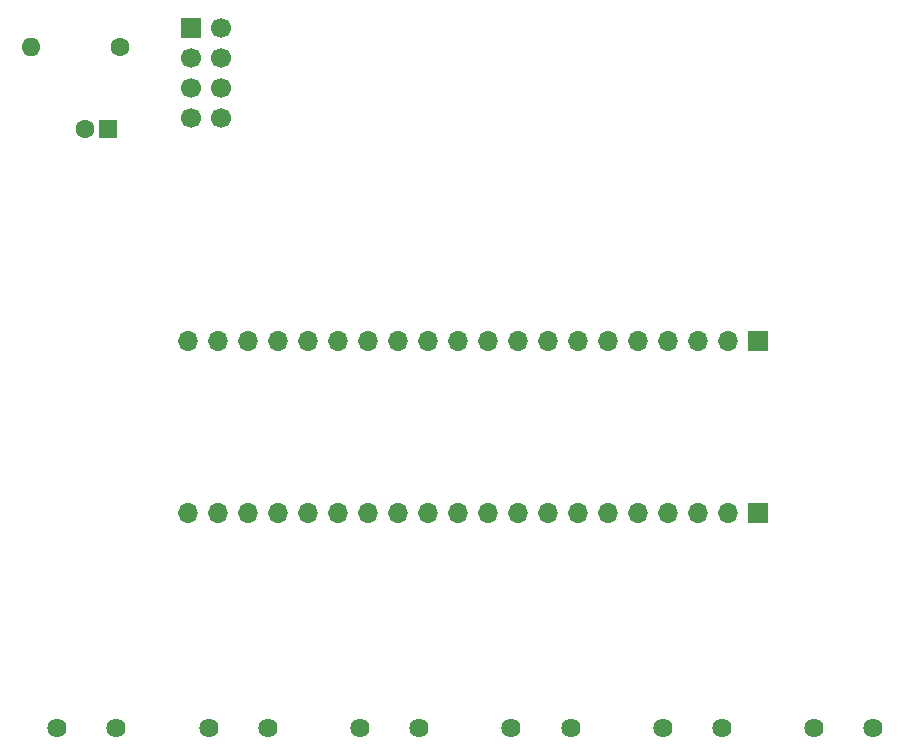
<source format=gbr>
%TF.GenerationSoftware,KiCad,Pcbnew,7.0.9*%
%TF.CreationDate,2024-01-09T15:56:44+02:00*%
%TF.ProjectId,PCB,5043422e-6b69-4636-9164-5f7063625858,rev?*%
%TF.SameCoordinates,Original*%
%TF.FileFunction,Soldermask,Top*%
%TF.FilePolarity,Negative*%
%FSLAX46Y46*%
G04 Gerber Fmt 4.6, Leading zero omitted, Abs format (unit mm)*
G04 Created by KiCad (PCBNEW 7.0.9) date 2024-01-09 15:56:44*
%MOMM*%
%LPD*%
G01*
G04 APERTURE LIST*
%ADD10C,1.625600*%
%ADD11C,1.600000*%
%ADD12O,1.600000X1.600000*%
%ADD13O,1.700000X1.700000*%
%ADD14R,1.700000X1.700000*%
%ADD15C,1.700000*%
%ADD16R,1.600000X1.600000*%
G04 APERTURE END LIST*
D10*
%TO.C,J1*%
X222790000Y-143810000D03*
X227790000Y-143810000D03*
%TD*%
%TO.C,J4*%
X158730000Y-143810000D03*
X163730000Y-143810000D03*
%TD*%
D11*
%TO.C,C1*%
X163990000Y-86120000D03*
D12*
X156490000Y-86120000D03*
%TD*%
D10*
%TO.C,J5*%
X171545100Y-143810000D03*
X176545100Y-143810000D03*
%TD*%
%TO.C,J2*%
X209980000Y-143810000D03*
X214980000Y-143810000D03*
%TD*%
D13*
%TO.C,U1*%
X169790000Y-125610000D03*
X172330000Y-125610000D03*
X174870000Y-125610000D03*
X169790000Y-111035000D03*
X212970000Y-125610000D03*
X177410000Y-125610000D03*
X174870000Y-111035000D03*
X210430000Y-125610000D03*
X179950000Y-125610000D03*
X182490000Y-125610000D03*
X185030000Y-125610000D03*
X187570000Y-125610000D03*
X190110000Y-125610000D03*
X192650000Y-125610000D03*
X195190000Y-125610000D03*
X197730000Y-125610000D03*
X200270000Y-125610000D03*
X202810000Y-125610000D03*
X205350000Y-125610000D03*
X207890000Y-125610000D03*
D14*
X218050000Y-111035000D03*
D13*
X215510000Y-111035000D03*
X212970000Y-111035000D03*
X210430000Y-111035000D03*
X207890000Y-111035000D03*
X205350000Y-111035000D03*
X202810000Y-111035000D03*
X200270000Y-111035000D03*
X197730000Y-111035000D03*
X195190000Y-111035000D03*
X192650000Y-111035000D03*
X190110000Y-111035000D03*
X187570000Y-111035000D03*
X185030000Y-111035000D03*
X182490000Y-111035000D03*
X179950000Y-111035000D03*
X177410000Y-111035000D03*
X172330000Y-111035000D03*
D14*
X218050000Y-125610000D03*
D13*
X215510000Y-125610000D03*
%TD*%
D14*
%TO.C,U2*%
X170000000Y-84520000D03*
D15*
X172540000Y-84520000D03*
X170000000Y-87060000D03*
X172540000Y-87060000D03*
X170000000Y-89600000D03*
X172540000Y-89600000D03*
X170000000Y-92140000D03*
X172540000Y-92140000D03*
%TD*%
D16*
%TO.C,C2*%
X163040000Y-93020000D03*
D11*
X161040000Y-93020000D03*
%TD*%
D10*
%TO.C,J6*%
X184360000Y-143810000D03*
X189360000Y-143810000D03*
%TD*%
%TO.C,J3*%
X197170000Y-143810000D03*
X202170000Y-143810000D03*
%TD*%
M02*

</source>
